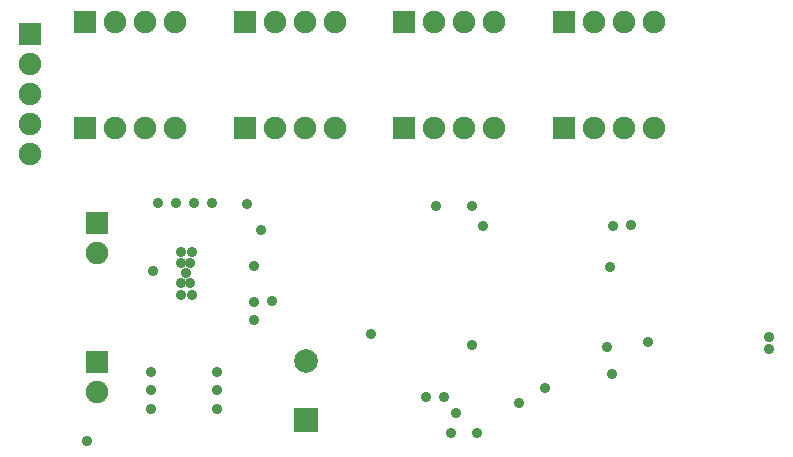
<source format=gbs>
G04*
G04 #@! TF.GenerationSoftware,Altium Limited,Altium Designer,24.0.1 (36)*
G04*
G04 Layer_Color=16711935*
%FSLAX44Y44*%
%MOMM*%
G71*
G04*
G04 #@! TF.SameCoordinates,3FE1674D-11C2-4531-B8C6-FC8791136C40*
G04*
G04*
G04 #@! TF.FilePolarity,Negative*
G04*
G01*
G75*
%ADD39R,2.0032X2.0032*%
%ADD40C,2.0032*%
%ADD41C,1.9032*%
%ADD42R,1.9032X1.9032*%
%ADD43R,1.9032X1.9032*%
%ADD44C,0.9032*%
D39*
X728218Y390036D02*
D03*
D40*
Y440036D02*
D03*
D41*
X494284Y615950D02*
D03*
Y641350D02*
D03*
Y666750D02*
D03*
Y692150D02*
D03*
X617220Y637540D02*
D03*
X591820D02*
D03*
X566420D02*
D03*
X1022350D02*
D03*
X996950D02*
D03*
X971550D02*
D03*
X551180Y532130D02*
D03*
X617220Y727710D02*
D03*
X591820D02*
D03*
X566420D02*
D03*
X1022350D02*
D03*
X996950D02*
D03*
X971550D02*
D03*
X887307Y637540D02*
D03*
X861907D02*
D03*
X836507D02*
D03*
X887307Y727710D02*
D03*
X861907D02*
D03*
X836507D02*
D03*
X752263Y637540D02*
D03*
X726863D02*
D03*
X701463D02*
D03*
X752263Y727710D02*
D03*
X726863D02*
D03*
X701463D02*
D03*
X551180Y414020D02*
D03*
D42*
X494284Y717550D02*
D03*
X541020Y637540D02*
D03*
X946150D02*
D03*
X541020Y727710D02*
D03*
X946150D02*
D03*
X811107Y637540D02*
D03*
Y727710D02*
D03*
X676063Y637540D02*
D03*
Y727710D02*
D03*
D43*
X551180Y557530D02*
D03*
Y439420D02*
D03*
D44*
X782828Y463550D02*
D03*
X542544Y372872D02*
D03*
X855020Y396240D02*
D03*
X908304Y405130D02*
D03*
X982980Y452616D02*
D03*
X985520Y519950D02*
D03*
X1003046Y555752D02*
D03*
X988060Y554990D02*
D03*
X837946Y572008D02*
D03*
X868172Y571500D02*
D03*
X629666Y506476D02*
D03*
X622046Y506730D02*
D03*
X621792Y523240D02*
D03*
X629666Y522986D02*
D03*
X625871Y514768D02*
D03*
X621871Y532980D02*
D03*
X631671D02*
D03*
X621871Y496556D02*
D03*
X631671D02*
D03*
X602234Y573786D02*
D03*
X617474D02*
D03*
X632968D02*
D03*
X648208D02*
D03*
X677926Y573140D02*
D03*
X684138Y521208D02*
D03*
X699378Y491098D02*
D03*
X684138Y490728D02*
D03*
Y475488D02*
D03*
X652918Y431038D02*
D03*
Y415798D02*
D03*
X652780Y400050D02*
D03*
X596900D02*
D03*
X596784Y415798D02*
D03*
Y431038D02*
D03*
X877709Y554672D02*
D03*
X868172Y453898D02*
D03*
X829310Y410072D02*
D03*
X844550D02*
D03*
X850646Y379730D02*
D03*
X872236Y379476D02*
D03*
X930077Y417835D02*
D03*
X987298Y429768D02*
D03*
X1017270Y456184D02*
D03*
X1119886Y450596D02*
D03*
Y460502D02*
D03*
X598678Y516890D02*
D03*
X689356Y551434D02*
D03*
M02*

</source>
